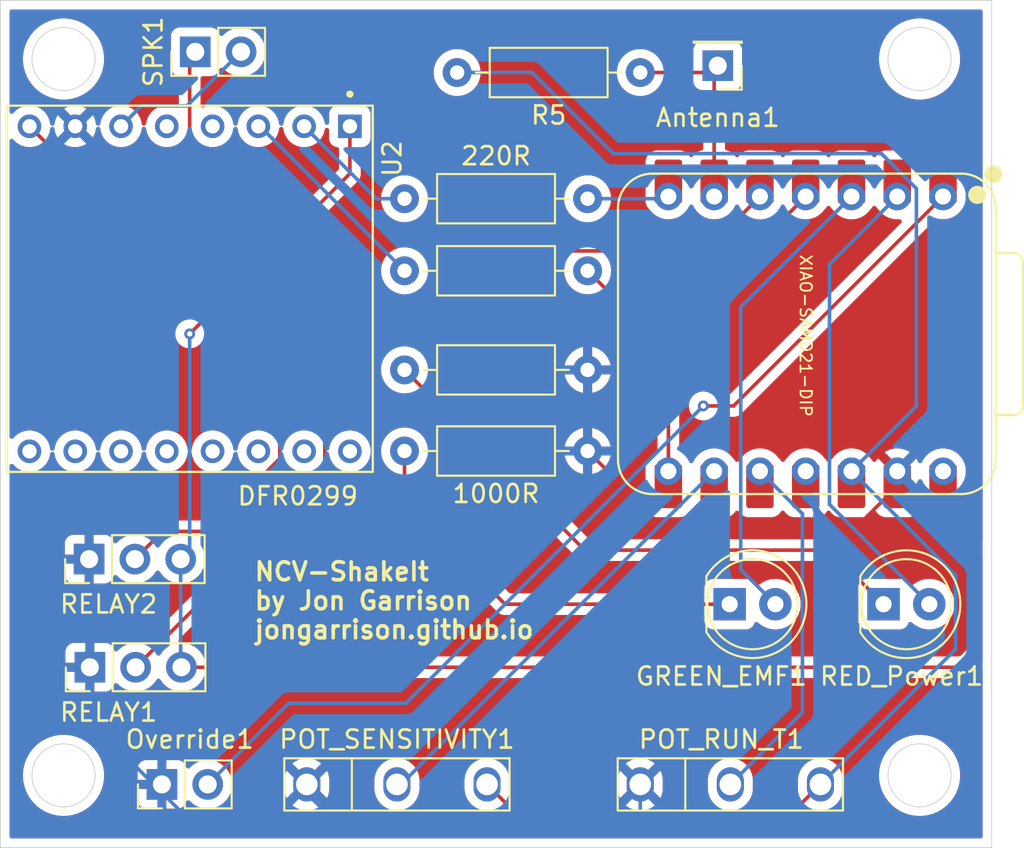
<source format=kicad_pcb>
(kicad_pcb (version 20241229) (generator "pcbnew") (generator_version "9.0")
  (layers (0 "F.Cu" signal) (2 "B.Cu" signal) (13 "F.Paste" user) (15 "B.Paste" user) (5 "F.SilkS" user "F.Silkscreen") (7 "B.SilkS" user "B.Silkscreen") (1 "F.Mask" user) (3 "B.Mask" user) (25 "Edge.Cuts" user))
  (net 0 "")
  (net 1 "Net-(U1-PA5_A9_D9_MISO)")
  (net 2 "Net-(U1-PA7_A8_D8_SCK)")
  (net 3 "Net-(RED_Power1-K)")
  (net 4 "Net-(GREEN_EMF1-K)")
  (net 5 "Net-(U2-TX)")
  (net 6 "Net-(U1-PB09_A7_D7_RX)")
  (net 7 "Net-(U1-PB08_A6_D6_TX)")
  (net 8 "Net-(U2-RX)")
  (net 9 "Net-(Antenna1-Pin_1)")
  (net 10 "Net-(GREEN_EMF1-A)")
  (net 11 "Net-(RED_Power1-A)")
  (net 12 "Net-(RELAY1-Pin_2)")
  (net 13 "Net-(RELAY2-Pin_2)")
  (net 14 "Net-(U2-SPK1)")
  (net 16 "Net-(OverrideSwitch1-Pin_2)")
  (net 21 "Net-(U2-SPK2)")
  (net 28 "+3.3V")
  (net 29 "GND")
  (net 30 "+5V")
  (footprint "Resistor_THT:R_Axial_DIN0207_L6.3mm_D2.5mm_P10.16mm_Horizontal" (layer "F.Cu") (at 49.58 31 180)
    (property "Reference" "R4" (hide yes))
    (property "Value" "220R" (at 5.08 2.37 0) (layer "F.SilkS"))
    (fp_line (start 9.12 0) (end 8.35 0) (stroke (width 0.12)) (layer "F.SilkS"))
    (fp_line (start 8.35 1.37) (end 8.35 -1.37) (stroke (width 0.12)) (layer "F.SilkS"))
    (fp_line (start 8.35 -1.37) (end 1.81 -1.37) (stroke (width 0.12)) (layer "F.SilkS"))
    (fp_line (start 1.81 1.37) (end 8.35 1.37) (stroke (width 0.12)) (layer "F.SilkS"))
    (fp_line (start 1.81 -1.37) (end 1.81 1.37) (stroke (width 0.12)) (layer "F.SilkS"))
    (fp_line (start 1.04 0) (end 1.81 0) (stroke (width 0.12)) (layer "F.SilkS"))
    (pad "1" thru_hole circle (at 0 0 180) (size 1.6 1.6) (drill 0.8) (layers "*.Cu" "*.Mask") (net 7 "Net-(U1-PB08_A6_D6_TX)"))
    (pad "2" thru_hole oval (at 10.16 0 180) (size 1.6 1.6) (drill 0.8) (layers "*.Cu" "*.Mask") (net 8 "Net-(U2-RX)"))
  )
  (footprint "Connector_PinHeader_2.54mm:PinHeader_1x02_P2.54mm_Vertical" (layer "F.Cu") (at 27.81 22.85 90)
    (property "Reference" "SPK1" (at 0 -2.33 90) (layer "F.SilkS"))
    (property "Value" "Speaker")
    (fp_line (start -1.33 -1.33) (end 0 -1.33) (stroke (width 0.12)) (layer "F.SilkS"))
    (fp_line (start -1.33 0) (end -1.33 -1.33) (stroke (width 0.12)) (layer "F.SilkS"))
    (fp_line (start 1.33 1.27) (end 1.33 3.87) (stroke (width 0.12)) (layer "F.SilkS"))
    (fp_line (start -1.33 1.27) (end 1.33 1.27) (stroke (width 0.12)) (layer "F.SilkS"))
    (fp_line (start -1.33 1.27) (end -1.33 3.87) (stroke (width 0.12)) (layer "F.SilkS"))
    (fp_line (start -1.33 3.87) (end 1.33 3.87) (stroke (width 0.12)) (layer "F.SilkS"))
    (pad "1" thru_hole rect (at 0 0 90) (size 1.7 1.7) (drill 1) (layers "*.Cu" "*.Mask") (net 21 "Net-(U2-SPK2)"))
    (pad "2" thru_hole oval (at 0 2.54 90) (size 1.7 1.7) (drill 1) (layers "*.Cu" "*.Mask") (net 14 "Net-(U2-SPK1)"))
  )
  (footprint "DFR0299:MODULE_DFR0299" (layer "F.Cu") (at 27.5 36 -90)
    (property "Reference" "U2" (at -7.225 -11.235 90) (layer "F.SilkS"))
    (property "Value" "DFR0299" (at 11.5 -6 180) (layer "F.SilkS"))
    (fp_line (start -10.16 10.16) (end -10.16 -10.16) (stroke (width 0.127)) (layer "F.SilkS"))
    (fp_line (start 10.16 10.16) (end -10.16 10.16) (stroke (width 0.127)) (layer "F.SilkS"))
    (fp_line (start -10.16 -10.16) (end 10.16 -10.16) (stroke (width 0.127)) (layer "F.SilkS"))
    (fp_line (start 10.16 -10.16) (end 10.16 10.16) (stroke (width 0.127)) (layer "F.SilkS"))
    (fp_circle (center -10.8 -8.89) (end -10.7 -8.89) (stroke (width 0.2)) (fill no) (layer "F.SilkS"))
    (pad "1" thru_hole rect (at -9.017 -8.89 270) (size 1.308 1.308) (drill 0.8) (layers "*.Cu" "*.Mask") (net 30 "+5V"))
    (pad "2" thru_hole circle (at -9.017 -6.35 270) (size 1.308 1.308) (drill 0.8) (layers "*.Cu" "*.Mask") (net 8 "Net-(U2-RX)"))
    (pad "3" thru_hole circle (at -9.017 -3.81 270) (size 1.308 1.308) (drill 0.8) (layers "*.Cu" "*.Mask") (net 5 "Net-(U2-TX)"))
    (pad "4" thru_hole circle (at -9.017 -1.27 270) (size 1.308 1.308) (drill 0.8) (layers "*.Cu" "*.Mask"))
    (pad "5" thru_hole circle (at -9.017 1.27 270) (size 1.308 1.308) (drill 0.8) (layers "*.Cu" "*.Mask"))
    (pad "6" thru_hole circle (at -9.017 3.81 270) (size 1.308 1.308) (drill 0.8) (layers "*.Cu" "*.Mask") (net 14 "Net-(U2-SPK1)"))
    (pad "7" thru_hole circle (at -9.017 6.35 270) (size 1.308 1.308) (drill 0.8) (layers "*.Cu" "*.Mask") (net 29 "GND"))
    (pad "8" thru_hole circle (at -9.017 8.89 270) (size 1.308 1.308) (drill 0.8) (layers "*.Cu" "*.Mask") (net 21 "Net-(U2-SPK2)"))
    (pad "9" thru_hole circle (at 9.017 8.89 270) (size 1.308 1.308) (drill 0.8) (layers "*.Cu" "*.Mask"))
    (pad "10" thru_hole circle (at 9.017 6.35 270) (size 1.308 1.308) (drill 0.8) (layers "*.Cu" "*.Mask"))
    (pad "11" thru_hole circle (at 9.017 3.81 270) (size 1.308 1.308) (drill 0.8) (layers "*.Cu" "*.Mask"))
    (pad "12" thru_hole circle (at 9.017 1.27 270) (size 1.308 1.308) (drill 0.8) (layers "*.Cu" "*.Mask"))
    (pad "13" thru_hole circle (at 9.017 -1.27 270) (size 1.308 1.308) (drill 0.8) (layers "*.Cu" "*.Mask"))
    (pad "14" thru_hole circle (at 9.017 -3.81 270) (size 1.308 1.308) (drill 0.8) (layers "*.Cu" "*.Mask"))
    (pad "15" thru_hole circle (at 9.017 -6.35 270) (size 1.308 1.308) (drill 0.8) (layers "*.Cu" "*.Mask"))
    (pad "16" thru_hole circle (at 9.017 -8.89 270) (size 1.308 1.308) (drill 0.8) (layers "*.Cu" "*.Mask"))
  )
  (footprint "Resistor_THT:R_Axial_DIN0207_L6.3mm_D2.5mm_P10.16mm_Horizontal" (layer "F.Cu") (at 49.58 35 180)
    (property "Reference" "R3" (hide yes))
    (property "Value" "220R" (hide yes))
    (fp_line (start 9.12 0) (end 8.35 0) (stroke (width 0.12)) (layer "F.SilkS"))
    (fp_line (start 8.35 1.37) (end 8.35 -1.37) (stroke (width 0.12)) (layer "F.SilkS"))
    (fp_line (start 8.35 -1.37) (end 1.81 -1.37) (stroke (width 0.12)) (layer "F.SilkS"))
    (fp_line (start 1.81 1.37) (end 8.35 1.37) (stroke (width 0.12)) (layer "F.SilkS"))
    (fp_line (start 1.81 -1.37) (end 1.81 1.37) (stroke (width 0.12)) (layer "F.SilkS"))
    (fp_line (start 1.04 0) (end 1.81 0) (stroke (width 0.12)) (layer "F.SilkS"))
    (pad "1" thru_hole circle (at 0 0 180) (size 1.6 1.6) (drill 0.8) (layers "*.Cu" "*.Mask") (net 6 "Net-(U1-PB09_A7_D7_RX)"))
    (pad "2" thru_hole oval (at 10.16 0 180) (size 1.6 1.6) (drill 0.8) (layers "*.Cu" "*.Mask") (net 5 "Net-(U2-TX)"))
  )
  (footprint "Seeed Studio XIAO Series Library:XIAO-SAMD21-DIP" (layer "F.Cu") (at 61.744 38.6 -90)
    (property "Reference" "U1" (hide yes))
    (property "Value" "XIAO-SAMD21-DIP" (at 0 0.0625 270) (layer "F.SilkS") (effects (font (size 0.635 0.635) (thickness 0.1016))))
    (fp_line (start -7.085 10.4765) (end 6.885 10.4765) (stroke (width 0.127)) (layer "F.SilkS"))
    (fp_line (start -8.99 8.5715) (end -8.99 -8.5735) (stroke (width 0.127)) (layer "F.SilkS"))
    (fp_line (start 8.79 8.5715) (end 8.79 -8.5735) (stroke (width 0.127)) (layer "F.SilkS"))
    (fp_line (start -4.595 -10.4785) (end -4.591272 -11.488772) (stroke (width 0.127)) (layer "F.SilkS"))
    (fp_line (start 6.885 -10.4785) (end -7.085 -10.4785) (stroke (width 0.1)) (layer "F.SilkS"))
    (fp_line (start 6.885 -10.4785) (end -7.085 -10.4785) (stroke (width 0.127)) (layer "F.SilkS"))
    (fp_line (start 4.404 -11.4885) (end 4.404 -10.4785) (stroke (width 0.127)) (layer "F.SilkS"))
    (fp_line (start -4.091272 -11.9885) (end 3.904 -11.9885) (stroke (width 0.127)) (layer "F.SilkS"))
    (fp_arc (start -7.085 10.4765) (mid -8.432038 9.918538) (end -8.99 8.5715) (stroke (width 0.127)) (layer "F.SilkS"))
    (fp_arc (start 8.79 8.5715) (mid 8.232038 9.918538) (end 6.885 10.4765) (stroke (width 0.127)) (layer "F.SilkS"))
    (fp_arc (start -8.99 -8.5735) (mid -8.432038 -9.920538) (end -7.085 -10.4785) (stroke (width 0.127)) (layer "F.SilkS"))
    (fp_arc (start 6.885 -10.4785) (mid 8.232038 -9.920538) (end 8.79 -8.5735) (stroke (width 0.127)) (layer "F.SilkS"))
    (fp_arc (start -4.591272 -11.488772) (mid -4.444728 -11.84214) (end -4.091272 -11.9885) (stroke (width 0.127)) (layer "F.SilkS"))
    (fp_arc (start 3.904 -11.9885) (mid 4.257553 -11.842053) (end 4.404 -11.4885) (stroke (width 0.127)) (layer "F.SilkS"))
    (fp_circle (center -7.811 -9.4575) (end -7.811 -9.7115) (stroke (width 0.5)) (fill yes) (layer "F.SilkS"))
    (fp_circle (center -8.954 -10.3375) (end -8.954 -10.5915) (stroke (width 0.5)) (fill yes) (layer "F.SilkS"))
    (pad "1" smd roundrect (at -8.555 -7.5575 90) (size 2.432 1.524) (layers "F.Cu" "F.Mask") (roundrect_rratio 0.1) (net 16 "Net-(OverrideSwitch1-Pin_2)"))
    (pad "1" thru_hole circle (at -7.72 -7.5575 90) (size 1.524 1.524) (drill 0.889) (layers "*.Cu" "*.Mask") (net 16 "Net-(OverrideSwitch1-Pin_2)"))
    (pad "2" smd roundrect (at -8.555 -5.0175 90) (size 2.432 1.524) (layers "F.Cu" "F.Mask") (roundrect_rratio 0.1) (net 11 "Net-(RED_Power1-A)"))
    (pad "2" thru_hole circle (at -7.72 -5.0175 90) (size 1.524 1.524) (drill 0.889) (layers "*.Cu" "*.Mask") (net 11 "Net-(RED_Power1-A)"))
    (pad "3" smd roundrect (at -8.555 -2.4775 90) (size 2.432 1.524) (layers "F.Cu" "F.Mask") (roundrect_rratio 0.1) (net 10 "Net-(GREEN_EMF1-A)"))
    (pad "3" thru_hole circle (at -7.72 -2.4775 90) (size 1.524 1.524) (drill 0.889) (layers "*.Cu" "*.Mask") (net 10 "Net-(GREEN_EMF1-A)"))
    (pad "4" smd roundrect (at -8.555 0.0625 90) (size 2.432 1.524) (layers "F.Cu" "F.Mask") (roundrect_rratio 0.1) (net 12 "Net-(RELAY1-Pin_2)"))
    (pad "4" thru_hole circle (at -7.72 0.0625 90) (size 1.524 1.524) (drill 0.889) (layers "*.Cu" "*.Mask") (net 12 "Net-(RELAY1-Pin_2)"))
    (pad "5" smd roundrect (at -8.555 2.6025 90) (size 2.432 1.524) (layers "F.Cu" "F.Mask") (roundrect_rratio 0.1) (net 13 "Net-(RELAY2-Pin_2)"))
    (pad "5" thru_hole circle (at -7.72 2.6025 90) (size 1.524 1.524) (drill 0.889) (layers "*.Cu" "*.Mask") (net 13 "Net-(RELAY2-Pin_2)"))
    (pad "6" smd roundrect (at -8.555 5.1425 90) (size 2.432 1.524) (layers "F.Cu" "F.Mask") (roundrect_rratio 0.1) (net 9 "Net-(Antenna1-Pin_1)"))
    (pad "6" thru_hole circle (at -7.72 5.1425 90) (size 1.524 1.524) (drill 0.889) (layers "*.Cu" "*.Mask") (net 9 "Net-(Antenna1-Pin_1)"))
    (pad "7" smd roundrect (at -8.555 7.6825 90) (size 2.432 1.524) (layers "F.Cu" "F.Mask") (roundrect_rratio 0.1) (net 7 "Net-(U1-PB08_A6_D6_TX)"))
    (pad "7" thru_hole circle (at -7.72 7.6825 90) (size 1.524 1.524) (drill 0.889) (layers "*.Cu" "*.Mask") (net 7 "Net-(U1-PB08_A6_D6_TX)"))
    (pad "8" thru_hole circle (at 7.52 7.6825 270) (size 1.524 1.524) (drill 0.889) (layers "*.Cu" "*.Mask") (net 6 "Net-(U1-PB09_A7_D7_RX)"))
    (pad "8" smd roundrect (at 8.355 7.6825 270) (size 2.432 1.524) (layers "F.Cu" "F.Mask") (roundrect_rratio 0.1) (net 6 "Net-(U1-PB09_A7_D7_RX)"))
    (pad "9" thru_hole circle (at 7.52 5.1425 270) (size 1.524 1.524) (drill 0.889) (layers "*.Cu" "*.Mask") (net 2 "Net-(U1-PA7_A8_D8_SCK)"))
    (pad "9" smd roundrect (at 8.355 5.1425 270) (size 2.432 1.524) (layers "F.Cu" "F.Mask") (roundrect_rratio 0.1) (net 2 "Net-(U1-PA7_A8_D8_SCK)"))
    (pad "10" thru_hole circle (at 7.52 2.6025 270) (size 1.524 1.524) (drill 0.889) (layers "*.Cu" "*.Mask") (net 1 "Net-(U1-PA5_A9_D9_MISO)"))
    (pad "10" smd roundrect (at 8.355 2.6025 270) (size 2.432 1.524) (layers "F.Cu" "F.Mask") (roundrect_rratio 0.1) (net 1 "Net-(U1-PA5_A9_D9_MISO)"))
    (pad "11" thru_hole circle (at 7.52 0.0625 270) (size 1.524 1.524) (drill 0.889) (layers "*.Cu" "*.Mask"))
    (pad "11" smd roundrect (at 8.355 0.0625 270) (size 2.432 1.524) (layers "F.Cu" "F.Mask") (roundrect_rratio 0.1))
    (pad "12" thru_hole circle (at 7.52 -2.4775 270) (size 1.524 1.524) (drill 0.889) (layers "*.Cu" "*.Mask") (net 28 "+3.3V"))
    (pad "12" smd roundrect (at 8.355 -2.4775 270) (size 2.432 1.524) (layers "F.Cu" "F.Mask") (roundrect_rratio 0.1) (net 28 "+3.3V"))
    (pad "13" thru_hole circle (at 7.52 -5.0175 270) (size 1.524 1.524) (drill 0.889) (layers "*.Cu" "*.Mask") (net 29 "GND"))
    (pad "13" smd roundrect (at 8.355 -5.0175 270) (size 2.432 1.524) (layers "F.Cu" "F.Mask") (roundrect_rratio 0.1) (net 29 "GND"))
    (pad "14" thru_hole circle (at 7.52 -7.5575 270) (size 1.524 1.524) (drill 0.889) (layers "*.Cu" "*.Mask") (net 30 "+5V"))
    (pad "14" smd roundrect (at 8.355 -7.5575 270) (size 2.432 1.524) (layers "F.Cu" "F.Mask") (roundrect_rratio 0.1) (net 30 "+5V"))
  )
  (footprint "Connector_PinHeader_2.54mm:PinHeader_1x01_P2.54mm_Vertical" (layer "F.Cu") (at 56.8015 23.62 180)
    (property "Reference" "Antenna1" (at 0 -2.88 0) (layer "F.SilkS"))
    (property "Value" "Conn_01x01_Pin" (hide yes))
    (fp_line (start 1.33 1.27) (end 1.33 1.33) (stroke (width 0.12)) (layer "F.SilkS"))
    (fp_line (start -1.33 1.33) (end 1.33 1.33) (stroke (width 0.12)) (layer "F.SilkS"))
    (fp_line (start -1.33 1.27) (end 1.33 1.27) (stroke (width 0.12)) (layer "F.SilkS"))
    (fp_line (start -1.33 1.27) (end -1.33 1.33) (stroke (width 0.12)) (layer "F.SilkS"))
    (fp_line (start -1.33 0) (end -1.33 -1.33) (stroke (width 0.12)) (layer "F.SilkS"))
    (fp_line (start -1.33 -1.33) (end 0 -1.33) (stroke (width 0.12)) (layer "F.SilkS"))
    (pad "1" thru_hole rect (at 0 0 180) (size 1.7 1.7) (drill 1) (layers "*.Cu" "*.Mask") (net 9 "Net-(Antenna1-Pin_1)"))
  )
  (footprint "Connector_PinHeader_2.54mm:PinHeader_1x03_P2.54mm_Vertical" (layer "F.Cu") (at 21.96 57 90)
    (property "Reference" "RELAY1" (at -2.5 1.04 180) (layer "F.SilkS"))
    (property "Value" "Conn_01x03_Pin" (hide yes))
    (fp_line (start -1.33 -1.33) (end 0 -1.33) (stroke (width 0.12)) (layer "F.SilkS"))
    (fp_line (start -1.33 0) (end -1.33 -1.33) (stroke (width 0.12)) (layer "F.SilkS"))
    (fp_line (start 1.33 1.27) (end 1.33 6.41) (stroke (width 0.12)) (layer "F.SilkS"))
    (fp_line (start -1.33 1.27) (end 1.33 1.27) (stroke (width 0.12)) (layer "F.SilkS"))
    (fp_line (start -1.33 1.27) (end -1.33 6.41) (stroke (width 0.12)) (layer "F.SilkS"))
    (fp_line (start -1.33 6.41) (end 1.33 6.41) (stroke (width 0.12)) (layer "F.SilkS"))
    (pad "1" thru_hole rect (at 0 0 90) (size 1.7 1.7) (drill 1) (layers "*.Cu" "*.Mask") (net 29 "GND"))
    (pad "2" thru_hole oval (at 0 2.54 90) (size 1.7 1.7) (drill 1) (layers "*.Cu" "*.Mask") (net 12 "Net-(RELAY1-Pin_2)"))
    (pad "3" thru_hole oval (at 0 5.08 90) (size 1.7 1.7) (drill 1) (layers "*.Cu" "*.Mask") (net 30 "+5V"))
  )
  (footprint "Resistor_THT:R_Axial_DIN0207_L6.3mm_D2.5mm_P10.16mm_Horizontal" (layer "F.Cu") (at 39.42 40.5)
    (property "Reference" "R1" (hide yes))
    (property "Value" "1000R" (hide yes))
    (fp_line (start 1.04 0) (end 1.81 0) (stroke (width 0.12)) (layer "F.SilkS"))
    (fp_line (start 1.81 -1.37) (end 1.81 1.37) (stroke (width 0.12)) (layer "F.SilkS"))
    (fp_line (start 1.81 1.37) (end 8.35 1.37) (stroke (width 0.12)) (layer "F.SilkS"))
    (fp_line (start 8.35 -1.37) (end 1.81 -1.37) (stroke (width 0.12)) (layer "F.SilkS"))
    (fp_line (start 8.35 1.37) (end 8.35 -1.37) (stroke (width 0.12)) (layer "F.SilkS"))
    (fp_line (start 9.12 0) (end 8.35 0) (stroke (width 0.12)) (layer "F.SilkS"))
    (pad "1" thru_hole circle (at 0 0) (size 1.6 1.6) (drill 0.8) (layers "*.Cu" "*.Mask") (net 3 "Net-(RED_Power1-K)"))
    (pad "2" thru_hole oval (at 10.16 0) (size 1.6 1.6) (drill 0.8) (layers "*.Cu" "*.Mask") (net 29 "GND"))
  )
  (footprint "Resistor_THT:R_Axial_DIN0207_L6.3mm_D2.5mm_P10.16mm_Horizontal" (layer "F.Cu") (at 39.42 45)
    (property "Reference" "R2" (hide yes))
    (property "Value" "1000R" (at 5.08 2.37 0) (layer "F.SilkS"))
    (fp_line (start 1.04 0) (end 1.81 0) (stroke (width 0.12)) (layer "F.SilkS"))
    (fp_line (start 1.81 -1.37) (end 1.81 1.37) (stroke (width 0.12)) (layer "F.SilkS"))
    (fp_line (start 1.81 1.37) (end 8.35 1.37) (stroke (width 0.12)) (layer "F.SilkS"))
    (fp_line (start 8.35 -1.37) (end 1.81 -1.37) (stroke (width 0.12)) (layer "F.SilkS"))
    (fp_line (start 8.35 1.37) (end 8.35 -1.37) (stroke (width 0.12)) (layer "F.SilkS"))
    (fp_line (start 9.12 0) (end 8.35 0) (stroke (width 0.12)) (layer "F.SilkS"))
    (pad "1" thru_hole circle (at 0 0) (size 1.6 1.6) (drill 0.8) (layers "*.Cu" "*.Mask") (net 4 "Net-(GREEN_EMF1-K)"))
    (pad "2" thru_hole oval (at 10.16 0) (size 1.6 1.6) (drill 0.8) (layers "*.Cu" "*.Mask") (net 29 "GND"))
  )
  (footprint "LED_THT:LED_D5.0mm" (layer "F.Cu") (at 66 53.5)
    (property "Reference" "RED_Power1" (at 1 4 0) (layer "F.SilkS"))
    (property "Value" "LED" (hide yes))
    (fp_line (start -1.29 -1.545) (end -1.29 1.545) (stroke (width 0.12)) (layer "F.SilkS"))
    (fp_arc (start -1.29 -1.54483) (mid 2.071756 -2.880501) (end 4.26 -0.000048) (stroke (width 0.12)) (layer "F.SilkS"))
    (fp_arc (start 4.26 0.000048) (mid 2.071756 2.880501) (end -1.29 1.54483) (stroke (width 0.12)) (layer "F.SilkS"))
    (fp_circle (center 1.27 0) (end 3.77 0) (stroke (width 0.12)) (fill no) (layer "F.SilkS"))
    (pad "1" thru_hole rect (at 0 0) (size 1.8 1.8) (drill 0.9) (layers "*.Cu" "*.Mask") (net 3 "Net-(RED_Power1-K)"))
    (pad "2" thru_hole circle (at 2.54 0) (size 1.8 1.8) (drill 0.9) (layers "*.Cu" "*.Mask") (net 11 "Net-(RED_Power1-A)"))
  )
  (footprint "Potentiometer_THT:JG-3Pin-Pot-11mmOuterPins" (layer "F.Cu") (at 57.5 63.5)
    (property "Reference" "POT_RUN_T1" (at -0.5 -2.5 0) (layer "F.SilkS"))
    (property "Value" "10K" (hide yes))
    (fp_line (start -6.25 -1.45) (end 6.25 -1.45) (stroke (width 0.12)) (layer "F.SilkS"))
    (fp_line (start -6.25 1.45) (end -6.25 -1.45) (stroke (width 0.12)) (layer "F.SilkS"))
    (fp_line (start -2.5 -1.45) (end -2.5 1.45) (stroke (width 0.12)) (layer "F.SilkS"))
    (fp_line (start 6.25 -1.45) (end 6.25 1.45) (stroke (width 0.12)) (layer "F.SilkS"))
    (fp_line (start 6.25 1.45) (end -6.25 1.45) (stroke (width 0.12)) (layer "F.SilkS"))
    (pad "1" thru_hole oval (at -5 0) (size 1.5 1.9) (drill 1.2) (layers "*.Cu" "*.Mask") (net 29 "GND"))
    (pad "2" thru_hole oval (at 0 0) (size 1.5 1.9) (drill 1.2) (layers "*.Cu" "*.Mask") (net 1 "Net-(U1-PA5_A9_D9_MISO)"))
    (pad "3" thru_hole oval (at 5 0) (size 1.5 1.9) (drill 1.2) (layers "*.Cu" "*.Mask") (net 28 "+3.3V"))
  )
  (footprint "LED_THT:LED_D5.0mm" (layer "F.Cu") (at 57.46 53.5)
    (property "Reference" "GREEN_EMF1" (at -0.46 4 180) (layer "F.SilkS"))
    (property "Value" "LED" (hide yes))
    (fp_line (start -1.29 -1.545) (end -1.29 1.545) (stroke (width 0.12)) (layer "F.SilkS"))
    (fp_arc (start -1.29 -1.54483) (mid 2.071756 -2.880501) (end 4.26 -0.000048) (stroke (width 0.12)) (layer "F.SilkS"))
    (fp_arc (start 4.26 0.000048) (mid 2.071756 2.880501) (end -1.29 1.54483) (stroke (width 0.12)) (layer "F.SilkS"))
    (fp_circle (center 1.27 0) (end 3.77 0) (stroke (width 0.12)) (fill no) (layer "F.SilkS"))
    (pad "1" thru_hole rect (at 0 0) (size 1.8 1.8) (drill 0.9) (layers "*.Cu" "*.Mask") (net 4 "Net-(GREEN_EMF1-K)"))
    (pad "2" thru_hole circle (at 2.54 0) (size 1.8 1.8) (drill 0.9) (layers "*.Cu" "*.Mask") (net 10 "Net-(GREEN_EMF1-A)"))
  )
  (footprint "Connector_PinHeader_2.54mm:PinHeader_1x03_P2.54mm_Vertical" (layer "F.Cu") (at 21.92 51 90)
    (property "Reference" "RELAY2" (at -2.5 1.08 180) (layer "F.SilkS"))
    (property "Value" "Conn_01x03_Pin" (hide yes))
    (fp_line (start -1.33 -1.33) (end 0 -1.33) (stroke (width 0.12)) (layer "F.SilkS"))
    (fp_line (start -1.33 0) (end -1.33 -1.33) (stroke (width 0.12)) (layer "F.SilkS"))
    (fp_line (start 1.33 1.27) (end 1.33 6.41) (stroke (width 0.12)) (layer "F.SilkS"))
    (fp_line (start -1.33 1.27) (end 1.33 1.27) (stroke (width 0.12)) (layer "F.SilkS"))
    (fp_line (start -1.33 1.27) (end -1.33 6.41) (stroke (width 0.12)) (layer "F.SilkS"))
    (fp_line (start -1.33 6.41) (end 1.33 6.41) (stroke (width 0.12)) (layer "F.SilkS"))
    (pad "1" thru_hole rect (at 0 0 90) (size 1.7 1.7) (drill 1) (layers "*.Cu" "*.Mask") (net 29 "GND"))
    (pad "2" thru_hole oval (at 0 2.54 90) (size 1.7 1.7) (drill 1) (layers "*.Cu" "*.Mask") (net 13 "Net-(RELAY2-Pin_2)"))
    (pad "3" thru_hole oval (at 0 5.08 90) (size 1.7 1.7) (drill 1) (layers "*.Cu" "*.Mask") (net 30 "+5V"))
  )
  (footprint "Potentiometer_THT:JG-3Pin-Pot-11mmOuterPins" (layer "F.Cu") (at 39 63.5)
    (property "Reference" "POT_SENSITIVITY1" (at 0 -2.5 0) (layer "F.SilkS"))
    (property "Value" "10K" (hide yes))
    (fp_line (start -6.25 -1.45) (end 6.25 -1.45) (stroke (width 0.12)) (layer "F.SilkS"))
    (fp_line (start -6.25 1.45) (end -6.25 -1.45) (stroke (width 0.12)) (layer "F.SilkS"))
    (fp_line (start -2.5 -1.45) (end -2.5 1.45) (stroke (width 0.12)) (layer "F.SilkS"))
    (fp_line (start 6.25 -1.45) (end 6.25 1.45) (stroke (width 0.12)) (layer "F.SilkS"))
    (fp_line (start 6.25 1.45) (end -6.25 1.45) (stroke (width 0.12)) (layer "F.SilkS"))
    (pad "1" thru_hole oval (at -5 0) (size 1.5 1.9) (drill 1.2) (layers "*.Cu" "*.Mask") (net 29 "GND"))
    (pad "2" thru_hole oval (at 0 0) (size 1.5 1.9) (drill 1.2) (layers "*.Cu" "*.Mask") (net 2 "Net-(U1-PA7_A8_D8_SCK)"))
    (pad "3" thru_hole oval (at 5 0) (size 1.5 1.9) (drill 1.2) (layers "*.Cu" "*.Mask") (net 28 "+3.3V"))
  )
  (footprint "Resistor_THT:R_Axial_DIN0207_L6.3mm_D2.5mm_P10.16mm_Horizontal" (layer "F.Cu") (at 52.5 24 180)
    (property "Reference" "R5" (at 5.08 -2.37 0) (layer "F.SilkS"))
    (property "Value" "1M-R")
    (fp_line (start 9.12 0) (end 8.35 0) (stroke (width 0.12)) (layer "F.SilkS"))
    (fp_line (start 8.35 1.37) (end 8.35 -1.37) (stroke (width 0.12)) (layer "F.SilkS"))
    (fp_line (start 8.35 -1.37) (end 1.81 -1.37) (stroke (width 0.12)) (layer "F.SilkS"))
    (fp_line (start 1.81 1.37) (end 8.35 1.37) (stroke (width 0.12)) (layer "F.SilkS"))
    (fp_line (start 1.81 -1.37) (end 1.81 1.37) (stroke (width 0.12)) (layer "F.SilkS"))
    (fp_line (start 1.04 0) (end 1.81 0) (stroke (width 0.12)) (layer "F.SilkS"))
    (pad "1" thru_hole circle (at 0 0 180) (size 1.6 1.6) (drill 0.8) (layers "*.Cu" "*.Mask") (net 9 "Net-(Antenna1-Pin_1)"))
    (pad "2" thru_hole oval (at 10.16 0 180) (size 1.6 1.6) (drill 0.8) (layers "*.Cu" "*.Mask") (net 28 "+3.3V"))
  )
  (footprint "Connector_PinHeader_2.54mm:PinHeader_1x02_P2.54mm_Vertical" (layer "F.Cu") (at 25.96 63.5 90)
    (property "Reference" "Override1" (at 2.5 1.54 180) (layer "F.SilkS"))
    (property "Value" "Conn_01x02_Pin" (hide yes))
    (fp_line (start -1.33 -1.33) (end 0 -1.33) (stroke (width 0.12)) (layer "F.SilkS"))
    (fp_line (start -1.33 0) (end -1.33 -1.33) (stroke (width 0.12)) (layer "F.SilkS"))
    (fp_line (start 1.33 1.27) (end 1.33 3.87) (stroke (width 0.12)) (layer "F.SilkS"))
    (fp_line (start -1.33 1.27) (end 1.33 1.27) (stroke (width 0.12)) (layer "F.SilkS"))
    (fp_line (start -1.33 1.27) (end -1.33 3.87) (stroke (width 0.12)) (layer "F.SilkS"))
    (fp_line (start -1.33 3.87) (end 1.33 3.87) (stroke (width 0.12)) (layer "F.SilkS"))
    (pad "1" thru_hole rect (at 0 0 90) (size 1.7 1.7) (drill 1) (layers "*.Cu" "*.Mask") (net 29 "GND"))
    (pad "2" thru_hole oval (at 0 2.54 90) (size 1.7 1.7) (drill 1) (layers "*.Cu" "*.Mask") (net 16 "Net-(OverrideSwitch1-Pin_2)"))
  )
  (gr_circle (center 20.5 23.25) (end 22.25 23.25) (stroke (width 0.05)) (fill no) (layer "Edge.Cuts"))
  (gr_circle (center 68 23.25) (end 69.75 23.25) (stroke (width 0.05)) (fill no) (layer "Edge.Cuts"))
  (gr_circle (center 20.5 63) (end 22.25 63) (stroke (width 0.05)) (fill no) (layer "Edge.Cuts"))
  (gr_circle (center 68 63) (end 69.75 63) (stroke (width 0.05)) (fill no) (layer "Edge.Cuts"))
  (gr_rect (start 17 20) (end 72 67) (stroke (width 0.05)) (fill no) (layer "Edge.Cuts"))
  (gr_text "NCV-ShakeIt\nby Jon Garrison\njongarrison.github.io\n" (at 31 55.5 0) (layer "F.SilkS") (effects (font (size 1 1) (thickness 0.2) (bold yes)) (justify left bottom)))
  (segment (start 57.5 63.5) (end 61.5 59.5) (width 0.2) (layer "B.Cu") (net 1))
  (segment (start 61.5 48.4785) (end 59.1415 46.12) (width 0.2) (layer "B.Cu") (net 1))
  (segment (start 61.5 59.5) (end 61.5 48.4785) (width 0.2) (layer "B.Cu") (net 1))
  (segment (start 56.6015 46.955) (end 56.6015 46.12) (width 0.2) (layer "F.Cu") (net 2))
  (segment (start 39.2215 63.5) (end 39 63.5) (width 0.2) (layer "B.Cu") (net 2))
  (segment (start 56.6015 46.12) (end 39.2215 63.5) (width 0.2) (layer "B.Cu") (net 2))
  (segment (start 39.42 40.5) (end 49.42 50.5) (width 0.2) (layer "F.Cu") (net 3))
  (segment (start 63 50.5) (end 66 53.5) (width 0.2) (layer "F.Cu") (net 3))
  (segment (start 49.42 50.5) (end 63 50.5) (width 0.2) (layer "F.Cu") (net 3))
  (segment (start 45 53.5) (end 57.46 53.5) (width 0.2) (layer "F.Cu") (net 4))
  (segment (start 39.42 45) (end 39.42 47.92) (width 0.2) (layer "F.Cu") (net 4))
  (segment (start 39.42 47.92) (end 45 53.5) (width 0.2) (layer "F.Cu") (net 4))
  (segment (start 39.42 35) (end 31.403 26.983) (width 0.2) (layer "B.Cu") (net 5))
  (segment (start 31.403 26.983) (end 31.31 26.983) (width 0.2) (layer "B.Cu") (net 5))
  (segment (start 53.5165 47.5) (end 54.0615 46.955) (width 0.2) (layer "F.Cu") (net 6))
  (segment (start 54.0615 39.4815) (end 49.58 35) (width 0.2) (layer "F.Cu") (net 6))
  (segment (start 54.0615 46.955) (end 54.0615 39.4815) (width 0.2) (layer "F.Cu") (net 6))
  (segment (start 53.9415 31) (end 54.0615 30.88) (width 0.2) (layer "B.Cu") (net 7))
  (segment (start 49.58 31) (end 53.9415 31) (width 0.2) (layer "B.Cu") (net 7))
  (segment (start 37.867 31) (end 33.85 26.983) (width 0.2) (layer "B.Cu") (net 8))
  (segment (start 39.42 31) (end 37.867 31) (width 0.2) (layer "B.Cu") (net 8))
  (segment (start 56.4215 24) (end 56.8015 23.62) (width 0.2) (layer "F.Cu") (net 9))
  (segment (start 56.6015 30.88) (end 56.6015 23.82) (width 0.2) (layer "F.Cu") (net 9))
  (segment (start 52.5 24) (end 56.4215 24) (width 0.2) (layer "F.Cu") (net 9))
  (segment (start 56.6015 23.82) (end 56.8015 23.62) (width 0.2) (layer "F.Cu") (net 9))
  (segment (start 58.0785 51.5785) (end 58.0785 37.023) (width 0.2) (layer "B.Cu") (net 10))
  (segment (start 60 53.5) (end 58.0785 51.5785) (width 0.2) (layer "B.Cu") (net 10))
  (segment (start 58.0785 37.023) (end 64.2215 30.88) (width 0.2) (layer "B.Cu") (net 10))
  (segment (start 63 47.96) (end 63 34.6415) (width 0.2) (layer "B.Cu") (net 11))
  (segment (start 68.54 53.5) (end 63 47.96) (width 0.2) (layer "B.Cu") (net 11))
  (segment (start 63 34.6415) (end 66.7615 30.88) (width 0.2) (layer "B.Cu") (net 11))
  (segment (start 58.6625 33.899) (end 43.601 33.899) (width 0.2) (layer "F.Cu") (net 12))
  (segment (start 61.6815 30.88) (end 58.6625 33.899) (width 0.2) (layer "F.Cu") (net 12))
  (segment (start 35 42.5) (end 35 46.5) (width 0.2) (layer "F.Cu") (net 12))
  (segment (start 35 46.5) (end 24.5 57) (width 0.2) (layer "F.Cu") (net 12))
  (segment (start 43.601 33.899) (end 35 42.5) (width 0.2) (layer "F.Cu") (net 12))
  (segment (start 32.5 45.419393) (end 28.459696 49.459697) (width 0.2) (layer "F.Cu") (net 13))
  (segment (start 57.0215 33) (end 43.5 33) (width 0.2) (layer "F.Cu") (net 13))
  (segment (start 32.5 44) (end 32.5 45.419393) (width 0.2) (layer "F.Cu") (net 13))
  (segment (start 26.000303 49.459697) (end 24.46 51) (width 0.2) (layer "F.Cu") (net 13))
  (segment (start 43.5 33) (end 32.5 44) (width 0.2) (layer "F.Cu") (net 13))
  (segment (start 59.1415 30.88) (end 57.0215 33) (width 0.2) (layer "F.Cu") (net 13))
  (segment (start 28.459696 49.459697) (end 26.000303 49.459697) (width 0.2) (layer "F.Cu") (net 13))
  (segment (start 30.5 23) (end 30.35 22.85) (width 0.2) (layer "F.Cu") (net 14))
  (segment (start 27.35 25.85) (end 24.823 25.85) (width 0.2) (layer "B.Cu") (net 14))
  (segment (start 24.823 25.85) (end 23.69 26.983) (width 0.2) (layer "B.Cu") (net 14))
  (segment (start 30.35 22.85) (end 27.35 25.85) (width 0.2) (layer "B.Cu") (net 14))
  (segment (start 69.3015 30.88) (end 57.6815 42.5) (width 0.2) (layer "F.Cu") (net 16))
  (segment (start 57.6815 42.5) (end 56 42.5) (width 0.2) (layer "F.Cu") (net 16))
  (via (at 56 42.5) (size 0.6) (drill 0.3) (layers "F.Cu" "B.Cu") (net 16))
  (segment (start 39.5 59) (end 33 59) (width 0.2) (layer "B.Cu") (net 16))
  (segment (start 56 42.5) (end 39.5 59) (width 0.2) (layer "B.Cu") (net 16))
  (segment (start 33 59) (end 28.76355 63.23645) (width 0.2) (layer "B.Cu") (net 16))
  (segment (start 21.127 29.5) (end 26.5 29.5) (width 0.2) (layer "F.Cu") (net 21))
  (segment (start 27.5 28.5) (end 27.5 23.16) (width 0.2) (layer "F.Cu") (net 21))
  (segment (start 26.5 29.5) (end 27.5 28.5) (width 0.2) (layer "F.Cu") (net 21))
  (segment (start 18.61 26.983) (end 21.127 29.5) (width 0.2) (layer "F.Cu") (net 21))
  (segment (start 27.5 23.16) (end 27.81 22.85) (width 0.2) (layer "F.Cu") (net 21))
  (segment (start 46 65.5) (end 44 63.5) (width 0.2) (layer "F.Cu") (net 28))
  (segment (start 62.5 63.5) (end 60.5 65.5) (width 0.2) (layer "F.Cu") (net 28))
  (segment (start 60.5 65.5) (end 46 65.5) (width 0.2) (layer "F.Cu") (net 28))
  (segment (start 67.8245 30.43969) (end 67.8245 42.517) (width 0.2) (layer "B.Cu") (net 28))
  (segment (start 42.34 24) (end 46.5 24) (width 0.2) (layer "B.Cu") (net 28))
  (segment (start 67.8245 42.517) (end 64.2215 46.12) (width 0.2) (layer "B.Cu") (net 28))
  (segment (start 51 28.5) (end 65.88481 28.5) (width 0.2) (layer "B.Cu") (net 28))
  (segment (start 46.5 24) (end 51 28.5) (width 0.2) (layer "B.Cu") (net 28))
  (segment (start 70 56) (end 62.5 63.5) (width 0.2) (layer "B.Cu") (net 28))
  (segment (start 64.2215 46.12) (end 70 51.8985) (width 0.2) (layer "B.Cu") (net 28))
  (segment (start 65.88481 28.5) (end 67.8245 30.43969) (width 0.2) (layer "B.Cu") (net 28))
  (segment (start 70 51.8985) (end 70 56) (width 0.2) (layer "B.Cu") (net 28))
  (segment (start 64.7165 49) (end 66.7615 46.955) (width 0.2) (layer "F.Cu") (net 29))
  (segment (start 52.54 49) (end 64.7165 49) (width 0.2) (layer "F.Cu") (net 29))
  (segment (start 49.58 45) (end 49.58 40.5) (width 0.2) (layer "F.Cu") (net 29))
  (segment (start 52.5 47.92) (end 52.5 48.96) (width 0.2) (layer "F.Cu") (net 29))
  (segment (start 49.58 45) (end 52.5 47.92) (width 0.2) (layer "F.Cu") (net 29))
  (segment (start 52.5 48.96) (end 52.54 49) (width 0.2) (layer "F.Cu") (net 29))
  (segment (start 46.831575 45) (end 30.331575 28.5) (width 0.2) (layer "B.Cu") (net 29))
  (segment (start 71 66) (end 52.5 66) (width 0.2) (layer "B.Cu") (net 29))
  (segment (start 34 64) (end 34 63.5) (width 0.2) (layer "B.Cu") (net 29))
  (segment (start 21.96 51.04) (end 21.92 51) (width 0.2) (layer "B.Cu") (net 29))
  (segment (start 30.331575 28.5) (end 22.667 28.5) (width 0.2) (layer "B.Cu") (net 29))
  (segment (start 49.58 45) (end 46.831575 45) (width 0.2) (layer "B.Cu") (net 29))
  (segment (start 52.5 63.5) (end 52.5 66) (width 0.2) (layer "B.Cu") (net 29))
  (segment (start 38 66) (end 36 66) (width 0.2) (layer "B.Cu") (net 29))
  (segment (start 52.5 66) (end 38 66) (width 0.2) (layer "B.Cu") (net 29))
  (segment (start 21.96 57) (end 21.96 51.04) (width 0.2) (layer "B.Cu") (net 29))
  (segment (start 21.96 59.96) (end 21.96 57) (width 0.2) (layer "B.Cu") (net 29))
  (segment (start 22.667 28.5) (end 21.15 26.983) (width 0.2) (layer "B.Cu") (net 29))
  (segment (start 36 66) (end 34 64) (width 0.2) (layer "B.Cu") (net 29))
  (segment (start 36 66) (end 28 66) (width 0.2) (layer "B.Cu") (net 29))
  (segment (start 66.7615 46.12) (end 71 50.3585) (width 0.2) (layer "B.Cu") (net 29))
  (segment (start 28 66) (end 21.96 59.96) (width 0.2) (layer "B.Cu") (net 29))
  (segment (start 71 50.3585) (end 71 66) (width 0.2) (layer "B.Cu") (net 29))
  (segment (start 71 56.5) (end 70.5 57) (width 0.2) (layer "F.Cu") (net 30))
  (segment (start 71.399 51) (end 71.399 56.5) (width 0.2) (layer "F.Cu") (net 30))
  (segment (start 71.399 56.5) (end 71 56.5) (width 0.2) (layer "F.Cu") (net 30))
  (segment (start 70.5 57) (end 27.04 57) (width 0.2) (layer "F.Cu") (net 30))
  (segment (start 36.39 29.61) (end 27.5 38.5) (width 0.2) (layer "F.Cu") (net 30))
  (segment (start 69.3015 48.9025) (end 71.399 51) (width 0.2) (layer "F.Cu") (net 30))
  (segment (start 36.39 26.983) (end 36.39 29.61) (width 0.2) (layer "F.Cu") (net 30))
  (segment (start 69.3015 46.12) (end 69.3015 48.9025) (width 0.2) (layer "F.Cu") (net 30))
  (via (at 27.5 38.5) (size 0.6) (drill 0.3) (layers "F.Cu" "B.Cu") (net 30))
  (segment (start 27.04 51.04) (end 27 51) (width 0.2) (layer "B.Cu") (net 30))
  (segment (start 27 51) (end 27 56.96) (width 0.2) (layer "B.Cu") (net 30))
  (segment (start 27.5 38.5) (end 27.5 50.5) (width 0.2) (layer "B.Cu") (net 30))
  (segment (start 27.5 50.5) (end 27 51) (width 0.2) (layer "B.Cu") (net 30))
  (segment (start 27 56.96) (end 27.04 57) (width 0.2) (layer "B.Cu") (net 30))
  (zone (net 29) (net_name "GND") (layer "F.Cu") (priority 1) (connect_pads (clearance 0.5)) (min_thickness 0.25) (fill yes (thermal_gap 0.5) (thermal_bridge_width 0.5))
    (polygon (pts (xy 17 20) (xy 72 20) (xy 72 67) (xy 17 67)))
  )
  (zone (net 29) (net_name "GND") (layer "B.Cu") (connect_pads (clearance 0.5)) (min_thickness 0.25) (fill yes (thermal_gap 0.5) (thermal_bridge_width 0.5))
    (polygon (pts (xy 17 20) (xy 72 20) (xy 72 67) (xy 17 67)))
  )
)
</source>
